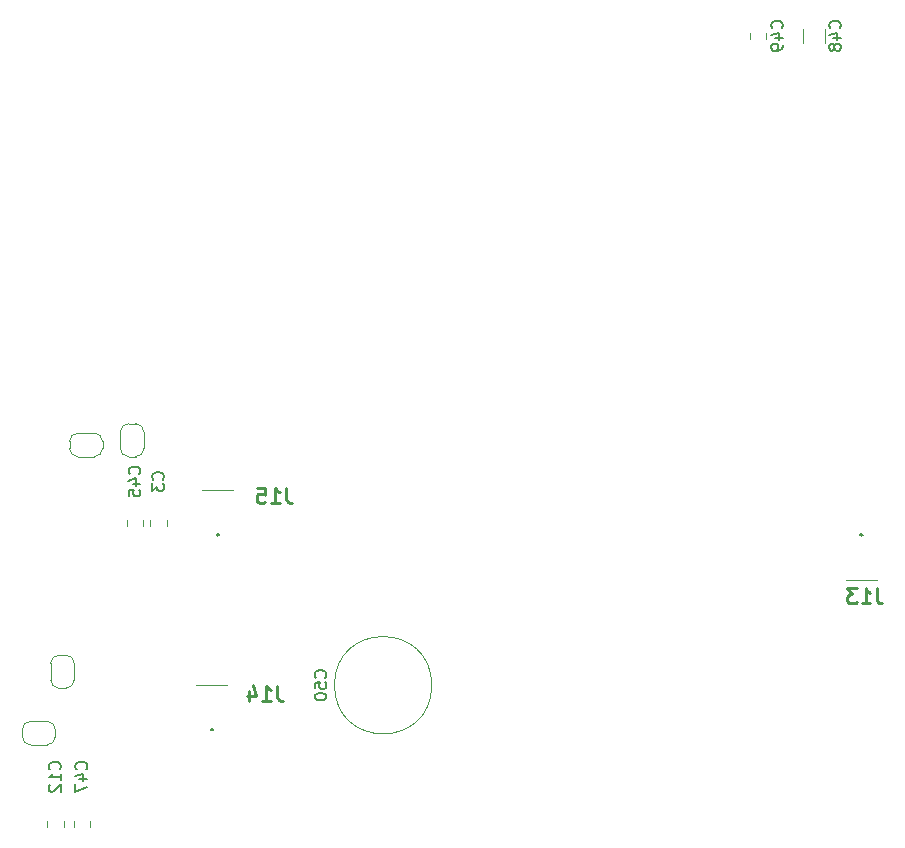
<source format=gbo>
G04 #@! TF.GenerationSoftware,KiCad,Pcbnew,(5.1.4)-1*
G04 #@! TF.CreationDate,2021-06-03T21:11:04-04:00*
G04 #@! TF.ProjectId,shunt_current_control_v2,7368756e-745f-4637-9572-72656e745f63,rev?*
G04 #@! TF.SameCoordinates,Original*
G04 #@! TF.FileFunction,Legend,Bot*
G04 #@! TF.FilePolarity,Positive*
%FSLAX46Y46*%
G04 Gerber Fmt 4.6, Leading zero omitted, Abs format (unit mm)*
G04 Created by KiCad (PCBNEW (5.1.4)-1) date 2021-06-03 21:11:04*
%MOMM*%
%LPD*%
G04 APERTURE LIST*
%ADD10C,0.120000*%
%ADD11C,0.200000*%
%ADD12C,0.100000*%
%ADD13C,0.150000*%
%ADD14C,0.254000*%
%ADD15C,1.700000*%
%ADD16R,1.150000X2.300000*%
%ADD17R,1.100000X1.150000*%
%ADD18C,1.250000*%
%ADD19C,1.350000*%
%ADD20C,0.500000*%
%ADD21R,1.700000X1.700000*%
%ADD22C,3.100000*%
%ADD23R,3.100000X3.100000*%
%ADD24O,1.900000X1.900000*%
%ADD25R,1.900000X1.900000*%
%ADD26O,3.300000X3.300000*%
%ADD27O,2.600000X4.600000*%
%ADD28R,2.600000X4.600000*%
%ADD29O,3.500000X3.500000*%
%ADD30C,2.400000*%
G04 APERTURE END LIST*
D10*
X106870000Y-114750000D02*
G75*
G03X106870000Y-114750000I-4120000J0D01*
G01*
D11*
X143150000Y-102000000D02*
G75*
G03X143350000Y-102000000I100000J0D01*
G01*
X143350000Y-102000000D02*
G75*
G03X143150000Y-102000000I-100000J0D01*
G01*
X143350000Y-102000000D02*
X143350000Y-102000000D01*
X143150000Y-102000000D02*
X143150000Y-102000000D01*
D12*
X141950000Y-105800000D02*
X144550000Y-105800000D01*
D10*
X133790000Y-60011252D02*
X133790000Y-59488748D01*
X135210000Y-60011252D02*
X135210000Y-59488748D01*
X138340000Y-60352064D02*
X138340000Y-59147936D01*
X140160000Y-60352064D02*
X140160000Y-59147936D01*
D11*
X88850000Y-102000000D02*
G75*
G03X88650000Y-102000000I-100000J0D01*
G01*
X88650000Y-102000000D02*
G75*
G03X88850000Y-102000000I100000J0D01*
G01*
X88650000Y-102000000D02*
X88650000Y-102000000D01*
X88850000Y-102000000D02*
X88850000Y-102000000D01*
D12*
X90050000Y-98200000D02*
X87450000Y-98200000D01*
D11*
X88350000Y-118500000D02*
G75*
G03X88150000Y-118500000I-100000J0D01*
G01*
X88150000Y-118500000D02*
G75*
G03X88350000Y-118500000I100000J0D01*
G01*
X88150000Y-118500000D02*
X88150000Y-118500000D01*
X88350000Y-118500000D02*
X88350000Y-118500000D01*
D12*
X89550000Y-114700000D02*
X86950000Y-114700000D01*
D10*
X72900000Y-119800000D02*
X74300000Y-119800000D01*
X75000000Y-119100000D02*
X75000000Y-118500000D01*
X74300000Y-117800000D02*
X72900000Y-117800000D01*
X72200000Y-118500000D02*
X72200000Y-119100000D01*
X72200000Y-119100000D02*
G75*
G03X72900000Y-119800000I700000J0D01*
G01*
X72900000Y-117800000D02*
G75*
G03X72200000Y-118500000I0J-700000D01*
G01*
X75000000Y-118500000D02*
G75*
G03X74300000Y-117800000I-700000J0D01*
G01*
X74300000Y-119800000D02*
G75*
G03X75000000Y-119100000I0J700000D01*
G01*
X74600000Y-112900000D02*
X74600000Y-114300000D01*
X75300000Y-115000000D02*
X75900000Y-115000000D01*
X76600000Y-114300000D02*
X76600000Y-112900000D01*
X75900000Y-112200000D02*
X75300000Y-112200000D01*
X75300000Y-112200000D02*
G75*
G03X74600000Y-112900000I0J-700000D01*
G01*
X76600000Y-112900000D02*
G75*
G03X75900000Y-112200000I-700000J0D01*
G01*
X75900000Y-115000000D02*
G75*
G03X76600000Y-114300000I0J700000D01*
G01*
X74600000Y-114300000D02*
G75*
G03X75300000Y-115000000I700000J0D01*
G01*
X76540000Y-126761252D02*
X76540000Y-126238748D01*
X77960000Y-126761252D02*
X77960000Y-126238748D01*
X81040000Y-101261252D02*
X81040000Y-100738748D01*
X82460000Y-101261252D02*
X82460000Y-100738748D01*
X80500000Y-93300000D02*
X80500000Y-94700000D01*
X81200000Y-95400000D02*
X81800000Y-95400000D01*
X82500000Y-94700000D02*
X82500000Y-93300000D01*
X81800000Y-92600000D02*
X81200000Y-92600000D01*
X81200000Y-92600000D02*
G75*
G03X80500000Y-93300000I0J-700000D01*
G01*
X82500000Y-93300000D02*
G75*
G03X81800000Y-92600000I-700000J0D01*
G01*
X81800000Y-95400000D02*
G75*
G03X82500000Y-94700000I0J700000D01*
G01*
X80500000Y-94700000D02*
G75*
G03X81200000Y-95400000I700000J0D01*
G01*
X76900000Y-95400000D02*
X78300000Y-95400000D01*
X79000000Y-94700000D02*
X79000000Y-94100000D01*
X78300000Y-93400000D02*
X76900000Y-93400000D01*
X76200000Y-94100000D02*
X76200000Y-94700000D01*
X76200000Y-94700000D02*
G75*
G03X76900000Y-95400000I700000J0D01*
G01*
X76900000Y-93400000D02*
G75*
G03X76200000Y-94100000I0J-700000D01*
G01*
X79000000Y-94100000D02*
G75*
G03X78300000Y-93400000I-700000J0D01*
G01*
X78300000Y-95400000D02*
G75*
G03X79000000Y-94700000I0J700000D01*
G01*
X74290000Y-126736252D02*
X74290000Y-126213748D01*
X75710000Y-126736252D02*
X75710000Y-126213748D01*
X83040000Y-101261252D02*
X83040000Y-100738748D01*
X84460000Y-101261252D02*
X84460000Y-100738748D01*
D13*
X97857142Y-114107142D02*
X97904761Y-114059523D01*
X97952380Y-113916666D01*
X97952380Y-113821428D01*
X97904761Y-113678571D01*
X97809523Y-113583333D01*
X97714285Y-113535714D01*
X97523809Y-113488095D01*
X97380952Y-113488095D01*
X97190476Y-113535714D01*
X97095238Y-113583333D01*
X97000000Y-113678571D01*
X96952380Y-113821428D01*
X96952380Y-113916666D01*
X97000000Y-114059523D01*
X97047619Y-114107142D01*
X96952380Y-115011904D02*
X96952380Y-114535714D01*
X97428571Y-114488095D01*
X97380952Y-114535714D01*
X97333333Y-114630952D01*
X97333333Y-114869047D01*
X97380952Y-114964285D01*
X97428571Y-115011904D01*
X97523809Y-115059523D01*
X97761904Y-115059523D01*
X97857142Y-115011904D01*
X97904761Y-114964285D01*
X97952380Y-114869047D01*
X97952380Y-114630952D01*
X97904761Y-114535714D01*
X97857142Y-114488095D01*
X96952380Y-115678571D02*
X96952380Y-115773809D01*
X97000000Y-115869047D01*
X97047619Y-115916666D01*
X97142857Y-115964285D01*
X97333333Y-116011904D01*
X97571428Y-116011904D01*
X97761904Y-115964285D01*
X97857142Y-115916666D01*
X97904761Y-115869047D01*
X97952380Y-115773809D01*
X97952380Y-115678571D01*
X97904761Y-115583333D01*
X97857142Y-115535714D01*
X97761904Y-115488095D01*
X97571428Y-115440476D01*
X97333333Y-115440476D01*
X97142857Y-115488095D01*
X97047619Y-115535714D01*
X97000000Y-115583333D01*
X96952380Y-115678571D01*
D14*
X144528095Y-106554523D02*
X144528095Y-107461666D01*
X144588571Y-107643095D01*
X144709523Y-107764047D01*
X144890952Y-107824523D01*
X145011904Y-107824523D01*
X143258095Y-107824523D02*
X143983809Y-107824523D01*
X143620952Y-107824523D02*
X143620952Y-106554523D01*
X143741904Y-106735952D01*
X143862857Y-106856904D01*
X143983809Y-106917380D01*
X142834761Y-106554523D02*
X142048571Y-106554523D01*
X142471904Y-107038333D01*
X142290476Y-107038333D01*
X142169523Y-107098809D01*
X142109047Y-107159285D01*
X142048571Y-107280238D01*
X142048571Y-107582619D01*
X142109047Y-107703571D01*
X142169523Y-107764047D01*
X142290476Y-107824523D01*
X142653333Y-107824523D01*
X142774285Y-107764047D01*
X142834761Y-107703571D01*
D13*
X136507142Y-59107142D02*
X136554761Y-59059523D01*
X136602380Y-58916666D01*
X136602380Y-58821428D01*
X136554761Y-58678571D01*
X136459523Y-58583333D01*
X136364285Y-58535714D01*
X136173809Y-58488095D01*
X136030952Y-58488095D01*
X135840476Y-58535714D01*
X135745238Y-58583333D01*
X135650000Y-58678571D01*
X135602380Y-58821428D01*
X135602380Y-58916666D01*
X135650000Y-59059523D01*
X135697619Y-59107142D01*
X135935714Y-59964285D02*
X136602380Y-59964285D01*
X135554761Y-59726190D02*
X136269047Y-59488095D01*
X136269047Y-60107142D01*
X136602380Y-60535714D02*
X136602380Y-60726190D01*
X136554761Y-60821428D01*
X136507142Y-60869047D01*
X136364285Y-60964285D01*
X136173809Y-61011904D01*
X135792857Y-61011904D01*
X135697619Y-60964285D01*
X135650000Y-60916666D01*
X135602380Y-60821428D01*
X135602380Y-60630952D01*
X135650000Y-60535714D01*
X135697619Y-60488095D01*
X135792857Y-60440476D01*
X136030952Y-60440476D01*
X136126190Y-60488095D01*
X136173809Y-60535714D01*
X136221428Y-60630952D01*
X136221428Y-60821428D01*
X136173809Y-60916666D01*
X136126190Y-60964285D01*
X136030952Y-61011904D01*
X141427142Y-59107142D02*
X141474761Y-59059523D01*
X141522380Y-58916666D01*
X141522380Y-58821428D01*
X141474761Y-58678571D01*
X141379523Y-58583333D01*
X141284285Y-58535714D01*
X141093809Y-58488095D01*
X140950952Y-58488095D01*
X140760476Y-58535714D01*
X140665238Y-58583333D01*
X140570000Y-58678571D01*
X140522380Y-58821428D01*
X140522380Y-58916666D01*
X140570000Y-59059523D01*
X140617619Y-59107142D01*
X140855714Y-59964285D02*
X141522380Y-59964285D01*
X140474761Y-59726190D02*
X141189047Y-59488095D01*
X141189047Y-60107142D01*
X140950952Y-60630952D02*
X140903333Y-60535714D01*
X140855714Y-60488095D01*
X140760476Y-60440476D01*
X140712857Y-60440476D01*
X140617619Y-60488095D01*
X140570000Y-60535714D01*
X140522380Y-60630952D01*
X140522380Y-60821428D01*
X140570000Y-60916666D01*
X140617619Y-60964285D01*
X140712857Y-61011904D01*
X140760476Y-61011904D01*
X140855714Y-60964285D01*
X140903333Y-60916666D01*
X140950952Y-60821428D01*
X140950952Y-60630952D01*
X140998571Y-60535714D01*
X141046190Y-60488095D01*
X141141428Y-60440476D01*
X141331904Y-60440476D01*
X141427142Y-60488095D01*
X141474761Y-60535714D01*
X141522380Y-60630952D01*
X141522380Y-60821428D01*
X141474761Y-60916666D01*
X141427142Y-60964285D01*
X141331904Y-61011904D01*
X141141428Y-61011904D01*
X141046190Y-60964285D01*
X140998571Y-60916666D01*
X140950952Y-60821428D01*
D14*
X94528095Y-98054523D02*
X94528095Y-98961666D01*
X94588571Y-99143095D01*
X94709523Y-99264047D01*
X94890952Y-99324523D01*
X95011904Y-99324523D01*
X93258095Y-99324523D02*
X93983809Y-99324523D01*
X93620952Y-99324523D02*
X93620952Y-98054523D01*
X93741904Y-98235952D01*
X93862857Y-98356904D01*
X93983809Y-98417380D01*
X92109047Y-98054523D02*
X92713809Y-98054523D01*
X92774285Y-98659285D01*
X92713809Y-98598809D01*
X92592857Y-98538333D01*
X92290476Y-98538333D01*
X92169523Y-98598809D01*
X92109047Y-98659285D01*
X92048571Y-98780238D01*
X92048571Y-99082619D01*
X92109047Y-99203571D01*
X92169523Y-99264047D01*
X92290476Y-99324523D01*
X92592857Y-99324523D01*
X92713809Y-99264047D01*
X92774285Y-99203571D01*
X93778095Y-114804523D02*
X93778095Y-115711666D01*
X93838571Y-115893095D01*
X93959523Y-116014047D01*
X94140952Y-116074523D01*
X94261904Y-116074523D01*
X92508095Y-116074523D02*
X93233809Y-116074523D01*
X92870952Y-116074523D02*
X92870952Y-114804523D01*
X92991904Y-114985952D01*
X93112857Y-115106904D01*
X93233809Y-115167380D01*
X91419523Y-115227857D02*
X91419523Y-116074523D01*
X91721904Y-114744047D02*
X92024285Y-115651190D01*
X91238095Y-115651190D01*
D13*
X77607142Y-121857142D02*
X77654761Y-121809523D01*
X77702380Y-121666666D01*
X77702380Y-121571428D01*
X77654761Y-121428571D01*
X77559523Y-121333333D01*
X77464285Y-121285714D01*
X77273809Y-121238095D01*
X77130952Y-121238095D01*
X76940476Y-121285714D01*
X76845238Y-121333333D01*
X76750000Y-121428571D01*
X76702380Y-121571428D01*
X76702380Y-121666666D01*
X76750000Y-121809523D01*
X76797619Y-121857142D01*
X77035714Y-122714285D02*
X77702380Y-122714285D01*
X76654761Y-122476190D02*
X77369047Y-122238095D01*
X77369047Y-122857142D01*
X76702380Y-123142857D02*
X76702380Y-123809523D01*
X77702380Y-123380952D01*
X82107142Y-96857142D02*
X82154761Y-96809523D01*
X82202380Y-96666666D01*
X82202380Y-96571428D01*
X82154761Y-96428571D01*
X82059523Y-96333333D01*
X81964285Y-96285714D01*
X81773809Y-96238095D01*
X81630952Y-96238095D01*
X81440476Y-96285714D01*
X81345238Y-96333333D01*
X81250000Y-96428571D01*
X81202380Y-96571428D01*
X81202380Y-96666666D01*
X81250000Y-96809523D01*
X81297619Y-96857142D01*
X81535714Y-97714285D02*
X82202380Y-97714285D01*
X81154761Y-97476190D02*
X81869047Y-97238095D01*
X81869047Y-97857142D01*
X81202380Y-98714285D02*
X81202380Y-98238095D01*
X81678571Y-98190476D01*
X81630952Y-98238095D01*
X81583333Y-98333333D01*
X81583333Y-98571428D01*
X81630952Y-98666666D01*
X81678571Y-98714285D01*
X81773809Y-98761904D01*
X82011904Y-98761904D01*
X82107142Y-98714285D01*
X82154761Y-98666666D01*
X82202380Y-98571428D01*
X82202380Y-98333333D01*
X82154761Y-98238095D01*
X82107142Y-98190476D01*
X75357142Y-121857142D02*
X75404761Y-121809523D01*
X75452380Y-121666666D01*
X75452380Y-121571428D01*
X75404761Y-121428571D01*
X75309523Y-121333333D01*
X75214285Y-121285714D01*
X75023809Y-121238095D01*
X74880952Y-121238095D01*
X74690476Y-121285714D01*
X74595238Y-121333333D01*
X74500000Y-121428571D01*
X74452380Y-121571428D01*
X74452380Y-121666666D01*
X74500000Y-121809523D01*
X74547619Y-121857142D01*
X75452380Y-122809523D02*
X75452380Y-122238095D01*
X75452380Y-122523809D02*
X74452380Y-122523809D01*
X74595238Y-122428571D01*
X74690476Y-122333333D01*
X74738095Y-122238095D01*
X74547619Y-123190476D02*
X74500000Y-123238095D01*
X74452380Y-123333333D01*
X74452380Y-123571428D01*
X74500000Y-123666666D01*
X74547619Y-123714285D01*
X74642857Y-123761904D01*
X74738095Y-123761904D01*
X74880952Y-123714285D01*
X75452380Y-123142857D01*
X75452380Y-123761904D01*
X84107142Y-97333333D02*
X84154761Y-97285714D01*
X84202380Y-97142857D01*
X84202380Y-97047619D01*
X84154761Y-96904761D01*
X84059523Y-96809523D01*
X83964285Y-96761904D01*
X83773809Y-96714285D01*
X83630952Y-96714285D01*
X83440476Y-96761904D01*
X83345238Y-96809523D01*
X83250000Y-96904761D01*
X83202380Y-97047619D01*
X83202380Y-97142857D01*
X83250000Y-97285714D01*
X83297619Y-97333333D01*
X83202380Y-97666666D02*
X83202380Y-98285714D01*
X83583333Y-97952380D01*
X83583333Y-98095238D01*
X83630952Y-98190476D01*
X83678571Y-98238095D01*
X83773809Y-98285714D01*
X84011904Y-98285714D01*
X84107142Y-98238095D01*
X84154761Y-98190476D01*
X84202380Y-98095238D01*
X84202380Y-97809523D01*
X84154761Y-97714285D01*
X84107142Y-97666666D01*
%LPC*%
D12*
G36*
X162250000Y-54250000D02*
G01*
X65000000Y-54250000D01*
X65000000Y-36000000D01*
X162250000Y-36000000D01*
X162250000Y-54250000D01*
G37*
X162250000Y-54250000D02*
X65000000Y-54250000D01*
X65000000Y-36000000D01*
X162250000Y-36000000D01*
X162250000Y-54250000D01*
D15*
X102750000Y-116500000D03*
X102750000Y-113000000D03*
D16*
X144725000Y-104500000D03*
X141775000Y-104500000D03*
D17*
X143250000Y-102975000D03*
D12*
G36*
X135004897Y-58101308D02*
G01*
X135031275Y-58105221D01*
X135057143Y-58111701D01*
X135082252Y-58120685D01*
X135106358Y-58132086D01*
X135129232Y-58145796D01*
X135150651Y-58161682D01*
X135170410Y-58179590D01*
X135188318Y-58199349D01*
X135204204Y-58220768D01*
X135217914Y-58243642D01*
X135229315Y-58267748D01*
X135238299Y-58292857D01*
X135244779Y-58318725D01*
X135248692Y-58345103D01*
X135250000Y-58371738D01*
X135250000Y-59078262D01*
X135248692Y-59104897D01*
X135244779Y-59131275D01*
X135238299Y-59157143D01*
X135229315Y-59182252D01*
X135217914Y-59206358D01*
X135204204Y-59229232D01*
X135188318Y-59250651D01*
X135170410Y-59270410D01*
X135150651Y-59288318D01*
X135129232Y-59304204D01*
X135106358Y-59317914D01*
X135082252Y-59329315D01*
X135057143Y-59338299D01*
X135031275Y-59344779D01*
X135004897Y-59348692D01*
X134978262Y-59350000D01*
X134021738Y-59350000D01*
X133995103Y-59348692D01*
X133968725Y-59344779D01*
X133942857Y-59338299D01*
X133917748Y-59329315D01*
X133893642Y-59317914D01*
X133870768Y-59304204D01*
X133849349Y-59288318D01*
X133829590Y-59270410D01*
X133811682Y-59250651D01*
X133795796Y-59229232D01*
X133782086Y-59206358D01*
X133770685Y-59182252D01*
X133761701Y-59157143D01*
X133755221Y-59131275D01*
X133751308Y-59104897D01*
X133750000Y-59078262D01*
X133750000Y-58371738D01*
X133751308Y-58345103D01*
X133755221Y-58318725D01*
X133761701Y-58292857D01*
X133770685Y-58267748D01*
X133782086Y-58243642D01*
X133795796Y-58220768D01*
X133811682Y-58199349D01*
X133829590Y-58179590D01*
X133849349Y-58161682D01*
X133870768Y-58145796D01*
X133893642Y-58132086D01*
X133917748Y-58120685D01*
X133942857Y-58111701D01*
X133968725Y-58105221D01*
X133995103Y-58101308D01*
X134021738Y-58100000D01*
X134978262Y-58100000D01*
X135004897Y-58101308D01*
X135004897Y-58101308D01*
G37*
D18*
X134500000Y-58725000D03*
D12*
G36*
X135004897Y-60151308D02*
G01*
X135031275Y-60155221D01*
X135057143Y-60161701D01*
X135082252Y-60170685D01*
X135106358Y-60182086D01*
X135129232Y-60195796D01*
X135150651Y-60211682D01*
X135170410Y-60229590D01*
X135188318Y-60249349D01*
X135204204Y-60270768D01*
X135217914Y-60293642D01*
X135229315Y-60317748D01*
X135238299Y-60342857D01*
X135244779Y-60368725D01*
X135248692Y-60395103D01*
X135250000Y-60421738D01*
X135250000Y-61128262D01*
X135248692Y-61154897D01*
X135244779Y-61181275D01*
X135238299Y-61207143D01*
X135229315Y-61232252D01*
X135217914Y-61256358D01*
X135204204Y-61279232D01*
X135188318Y-61300651D01*
X135170410Y-61320410D01*
X135150651Y-61338318D01*
X135129232Y-61354204D01*
X135106358Y-61367914D01*
X135082252Y-61379315D01*
X135057143Y-61388299D01*
X135031275Y-61394779D01*
X135004897Y-61398692D01*
X134978262Y-61400000D01*
X134021738Y-61400000D01*
X133995103Y-61398692D01*
X133968725Y-61394779D01*
X133942857Y-61388299D01*
X133917748Y-61379315D01*
X133893642Y-61367914D01*
X133870768Y-61354204D01*
X133849349Y-61338318D01*
X133829590Y-61320410D01*
X133811682Y-61300651D01*
X133795796Y-61279232D01*
X133782086Y-61256358D01*
X133770685Y-61232252D01*
X133761701Y-61207143D01*
X133755221Y-61181275D01*
X133751308Y-61154897D01*
X133750000Y-61128262D01*
X133750000Y-60421738D01*
X133751308Y-60395103D01*
X133755221Y-60368725D01*
X133761701Y-60342857D01*
X133770685Y-60317748D01*
X133782086Y-60293642D01*
X133795796Y-60270768D01*
X133811682Y-60249349D01*
X133829590Y-60229590D01*
X133849349Y-60211682D01*
X133870768Y-60195796D01*
X133893642Y-60182086D01*
X133917748Y-60170685D01*
X133942857Y-60161701D01*
X133968725Y-60155221D01*
X133995103Y-60151308D01*
X134021738Y-60150000D01*
X134978262Y-60150000D01*
X135004897Y-60151308D01*
X135004897Y-60151308D01*
G37*
D18*
X134500000Y-60775000D03*
D12*
G36*
X139931465Y-57676300D02*
G01*
X139957674Y-57680188D01*
X139983377Y-57686626D01*
X140008325Y-57695553D01*
X140032277Y-57706881D01*
X140055004Y-57720503D01*
X140076286Y-57736287D01*
X140095919Y-57754081D01*
X140113713Y-57773714D01*
X140129497Y-57794996D01*
X140143119Y-57817723D01*
X140154447Y-57841675D01*
X140163374Y-57866623D01*
X140169812Y-57892326D01*
X140173700Y-57918535D01*
X140175000Y-57945000D01*
X140175000Y-58755000D01*
X140173700Y-58781465D01*
X140169812Y-58807674D01*
X140163374Y-58833377D01*
X140154447Y-58858325D01*
X140143119Y-58882277D01*
X140129497Y-58905004D01*
X140113713Y-58926286D01*
X140095919Y-58945919D01*
X140076286Y-58963713D01*
X140055004Y-58979497D01*
X140032277Y-58993119D01*
X140008325Y-59004447D01*
X139983377Y-59013374D01*
X139957674Y-59019812D01*
X139931465Y-59023700D01*
X139905000Y-59025000D01*
X138595000Y-59025000D01*
X138568535Y-59023700D01*
X138542326Y-59019812D01*
X138516623Y-59013374D01*
X138491675Y-59004447D01*
X138467723Y-58993119D01*
X138444996Y-58979497D01*
X138423714Y-58963713D01*
X138404081Y-58945919D01*
X138386287Y-58926286D01*
X138370503Y-58905004D01*
X138356881Y-58882277D01*
X138345553Y-58858325D01*
X138336626Y-58833377D01*
X138330188Y-58807674D01*
X138326300Y-58781465D01*
X138325000Y-58755000D01*
X138325000Y-57945000D01*
X138326300Y-57918535D01*
X138330188Y-57892326D01*
X138336626Y-57866623D01*
X138345553Y-57841675D01*
X138356881Y-57817723D01*
X138370503Y-57794996D01*
X138386287Y-57773714D01*
X138404081Y-57754081D01*
X138423714Y-57736287D01*
X138444996Y-57720503D01*
X138467723Y-57706881D01*
X138491675Y-57695553D01*
X138516623Y-57686626D01*
X138542326Y-57680188D01*
X138568535Y-57676300D01*
X138595000Y-57675000D01*
X139905000Y-57675000D01*
X139931465Y-57676300D01*
X139931465Y-57676300D01*
G37*
D19*
X139250000Y-58350000D03*
D12*
G36*
X139931465Y-60476300D02*
G01*
X139957674Y-60480188D01*
X139983377Y-60486626D01*
X140008325Y-60495553D01*
X140032277Y-60506881D01*
X140055004Y-60520503D01*
X140076286Y-60536287D01*
X140095919Y-60554081D01*
X140113713Y-60573714D01*
X140129497Y-60594996D01*
X140143119Y-60617723D01*
X140154447Y-60641675D01*
X140163374Y-60666623D01*
X140169812Y-60692326D01*
X140173700Y-60718535D01*
X140175000Y-60745000D01*
X140175000Y-61555000D01*
X140173700Y-61581465D01*
X140169812Y-61607674D01*
X140163374Y-61633377D01*
X140154447Y-61658325D01*
X140143119Y-61682277D01*
X140129497Y-61705004D01*
X140113713Y-61726286D01*
X140095919Y-61745919D01*
X140076286Y-61763713D01*
X140055004Y-61779497D01*
X140032277Y-61793119D01*
X140008325Y-61804447D01*
X139983377Y-61813374D01*
X139957674Y-61819812D01*
X139931465Y-61823700D01*
X139905000Y-61825000D01*
X138595000Y-61825000D01*
X138568535Y-61823700D01*
X138542326Y-61819812D01*
X138516623Y-61813374D01*
X138491675Y-61804447D01*
X138467723Y-61793119D01*
X138444996Y-61779497D01*
X138423714Y-61763713D01*
X138404081Y-61745919D01*
X138386287Y-61726286D01*
X138370503Y-61705004D01*
X138356881Y-61682277D01*
X138345553Y-61658325D01*
X138336626Y-61633377D01*
X138330188Y-61607674D01*
X138326300Y-61581465D01*
X138325000Y-61555000D01*
X138325000Y-60745000D01*
X138326300Y-60718535D01*
X138330188Y-60692326D01*
X138336626Y-60666623D01*
X138345553Y-60641675D01*
X138356881Y-60617723D01*
X138370503Y-60594996D01*
X138386287Y-60573714D01*
X138404081Y-60554081D01*
X138423714Y-60536287D01*
X138444996Y-60520503D01*
X138467723Y-60506881D01*
X138491675Y-60495553D01*
X138516623Y-60486626D01*
X138542326Y-60480188D01*
X138568535Y-60476300D01*
X138595000Y-60475000D01*
X139905000Y-60475000D01*
X139931465Y-60476300D01*
X139931465Y-60476300D01*
G37*
D19*
X139250000Y-61150000D03*
D16*
X87275000Y-99500000D03*
X90225000Y-99500000D03*
D17*
X88750000Y-101025000D03*
D16*
X86775000Y-116000000D03*
X89725000Y-116000000D03*
D17*
X88250000Y-117525000D03*
D20*
X72950000Y-118800000D03*
D12*
G36*
X73459755Y-118000961D02*
G01*
X73469134Y-118003806D01*
X73477779Y-118008427D01*
X73485355Y-118014645D01*
X73491573Y-118022221D01*
X73496194Y-118030866D01*
X73499039Y-118040245D01*
X73500000Y-118050000D01*
X73500000Y-119550000D01*
X73499039Y-119559755D01*
X73496194Y-119569134D01*
X73491573Y-119577779D01*
X73485355Y-119585355D01*
X73477779Y-119591573D01*
X73469134Y-119596194D01*
X73459755Y-119599039D01*
X73450000Y-119600000D01*
X72950000Y-119600000D01*
X72943889Y-119599398D01*
X72925466Y-119599398D01*
X72920565Y-119599157D01*
X72871734Y-119594347D01*
X72866881Y-119593627D01*
X72818756Y-119584055D01*
X72813995Y-119582863D01*
X72767040Y-119568619D01*
X72762421Y-119566966D01*
X72717088Y-119548189D01*
X72712651Y-119546091D01*
X72669378Y-119522960D01*
X72665171Y-119520438D01*
X72624372Y-119493178D01*
X72620430Y-119490254D01*
X72582501Y-119459126D01*
X72578866Y-119455831D01*
X72544169Y-119421134D01*
X72540874Y-119417499D01*
X72509746Y-119379570D01*
X72506822Y-119375628D01*
X72479562Y-119334829D01*
X72477040Y-119330622D01*
X72453909Y-119287349D01*
X72451811Y-119282912D01*
X72433034Y-119237579D01*
X72431381Y-119232960D01*
X72417137Y-119186005D01*
X72415945Y-119181244D01*
X72406373Y-119133119D01*
X72405653Y-119128266D01*
X72400843Y-119079435D01*
X72400602Y-119074534D01*
X72400602Y-119056111D01*
X72400000Y-119050000D01*
X72400000Y-118550000D01*
X72400602Y-118543889D01*
X72400602Y-118525466D01*
X72400843Y-118520565D01*
X72405653Y-118471734D01*
X72406373Y-118466881D01*
X72415945Y-118418756D01*
X72417137Y-118413995D01*
X72431381Y-118367040D01*
X72433034Y-118362421D01*
X72451811Y-118317088D01*
X72453909Y-118312651D01*
X72477040Y-118269378D01*
X72479562Y-118265171D01*
X72506822Y-118224372D01*
X72509746Y-118220430D01*
X72540874Y-118182501D01*
X72544169Y-118178866D01*
X72578866Y-118144169D01*
X72582501Y-118140874D01*
X72620430Y-118109746D01*
X72624372Y-118106822D01*
X72665171Y-118079562D01*
X72669378Y-118077040D01*
X72712651Y-118053909D01*
X72717088Y-118051811D01*
X72762421Y-118033034D01*
X72767040Y-118031381D01*
X72813995Y-118017137D01*
X72818756Y-118015945D01*
X72866881Y-118006373D01*
X72871734Y-118005653D01*
X72920565Y-118000843D01*
X72925466Y-118000602D01*
X72943889Y-118000602D01*
X72950000Y-118000000D01*
X73450000Y-118000000D01*
X73459755Y-118000961D01*
X73459755Y-118000961D01*
G37*
D20*
X74250000Y-118800000D03*
D12*
G36*
X74256111Y-118000602D02*
G01*
X74274534Y-118000602D01*
X74279435Y-118000843D01*
X74328266Y-118005653D01*
X74333119Y-118006373D01*
X74381244Y-118015945D01*
X74386005Y-118017137D01*
X74432960Y-118031381D01*
X74437579Y-118033034D01*
X74482912Y-118051811D01*
X74487349Y-118053909D01*
X74530622Y-118077040D01*
X74534829Y-118079562D01*
X74575628Y-118106822D01*
X74579570Y-118109746D01*
X74617499Y-118140874D01*
X74621134Y-118144169D01*
X74655831Y-118178866D01*
X74659126Y-118182501D01*
X74690254Y-118220430D01*
X74693178Y-118224372D01*
X74720438Y-118265171D01*
X74722960Y-118269378D01*
X74746091Y-118312651D01*
X74748189Y-118317088D01*
X74766966Y-118362421D01*
X74768619Y-118367040D01*
X74782863Y-118413995D01*
X74784055Y-118418756D01*
X74793627Y-118466881D01*
X74794347Y-118471734D01*
X74799157Y-118520565D01*
X74799398Y-118525466D01*
X74799398Y-118543889D01*
X74800000Y-118550000D01*
X74800000Y-119050000D01*
X74799398Y-119056111D01*
X74799398Y-119074534D01*
X74799157Y-119079435D01*
X74794347Y-119128266D01*
X74793627Y-119133119D01*
X74784055Y-119181244D01*
X74782863Y-119186005D01*
X74768619Y-119232960D01*
X74766966Y-119237579D01*
X74748189Y-119282912D01*
X74746091Y-119287349D01*
X74722960Y-119330622D01*
X74720438Y-119334829D01*
X74693178Y-119375628D01*
X74690254Y-119379570D01*
X74659126Y-119417499D01*
X74655831Y-119421134D01*
X74621134Y-119455831D01*
X74617499Y-119459126D01*
X74579570Y-119490254D01*
X74575628Y-119493178D01*
X74534829Y-119520438D01*
X74530622Y-119522960D01*
X74487349Y-119546091D01*
X74482912Y-119548189D01*
X74437579Y-119566966D01*
X74432960Y-119568619D01*
X74386005Y-119582863D01*
X74381244Y-119584055D01*
X74333119Y-119593627D01*
X74328266Y-119594347D01*
X74279435Y-119599157D01*
X74274534Y-119599398D01*
X74256111Y-119599398D01*
X74250000Y-119600000D01*
X73750000Y-119600000D01*
X73740245Y-119599039D01*
X73730866Y-119596194D01*
X73722221Y-119591573D01*
X73714645Y-119585355D01*
X73708427Y-119577779D01*
X73703806Y-119569134D01*
X73700961Y-119559755D01*
X73700000Y-119550000D01*
X73700000Y-118050000D01*
X73700961Y-118040245D01*
X73703806Y-118030866D01*
X73708427Y-118022221D01*
X73714645Y-118014645D01*
X73722221Y-118008427D01*
X73730866Y-118003806D01*
X73740245Y-118000961D01*
X73750000Y-118000000D01*
X74250000Y-118000000D01*
X74256111Y-118000602D01*
X74256111Y-118000602D01*
G37*
D20*
X75600000Y-112950000D03*
D12*
G36*
X76399039Y-113459755D02*
G01*
X76396194Y-113469134D01*
X76391573Y-113477779D01*
X76385355Y-113485355D01*
X76377779Y-113491573D01*
X76369134Y-113496194D01*
X76359755Y-113499039D01*
X76350000Y-113500000D01*
X74850000Y-113500000D01*
X74840245Y-113499039D01*
X74830866Y-113496194D01*
X74822221Y-113491573D01*
X74814645Y-113485355D01*
X74808427Y-113477779D01*
X74803806Y-113469134D01*
X74800961Y-113459755D01*
X74800000Y-113450000D01*
X74800000Y-112950000D01*
X74800602Y-112943889D01*
X74800602Y-112925466D01*
X74800843Y-112920565D01*
X74805653Y-112871734D01*
X74806373Y-112866881D01*
X74815945Y-112818756D01*
X74817137Y-112813995D01*
X74831381Y-112767040D01*
X74833034Y-112762421D01*
X74851811Y-112717088D01*
X74853909Y-112712651D01*
X74877040Y-112669378D01*
X74879562Y-112665171D01*
X74906822Y-112624372D01*
X74909746Y-112620430D01*
X74940874Y-112582501D01*
X74944169Y-112578866D01*
X74978866Y-112544169D01*
X74982501Y-112540874D01*
X75020430Y-112509746D01*
X75024372Y-112506822D01*
X75065171Y-112479562D01*
X75069378Y-112477040D01*
X75112651Y-112453909D01*
X75117088Y-112451811D01*
X75162421Y-112433034D01*
X75167040Y-112431381D01*
X75213995Y-112417137D01*
X75218756Y-112415945D01*
X75266881Y-112406373D01*
X75271734Y-112405653D01*
X75320565Y-112400843D01*
X75325466Y-112400602D01*
X75343889Y-112400602D01*
X75350000Y-112400000D01*
X75850000Y-112400000D01*
X75856111Y-112400602D01*
X75874534Y-112400602D01*
X75879435Y-112400843D01*
X75928266Y-112405653D01*
X75933119Y-112406373D01*
X75981244Y-112415945D01*
X75986005Y-112417137D01*
X76032960Y-112431381D01*
X76037579Y-112433034D01*
X76082912Y-112451811D01*
X76087349Y-112453909D01*
X76130622Y-112477040D01*
X76134829Y-112479562D01*
X76175628Y-112506822D01*
X76179570Y-112509746D01*
X76217499Y-112540874D01*
X76221134Y-112544169D01*
X76255831Y-112578866D01*
X76259126Y-112582501D01*
X76290254Y-112620430D01*
X76293178Y-112624372D01*
X76320438Y-112665171D01*
X76322960Y-112669378D01*
X76346091Y-112712651D01*
X76348189Y-112717088D01*
X76366966Y-112762421D01*
X76368619Y-112767040D01*
X76382863Y-112813995D01*
X76384055Y-112818756D01*
X76393627Y-112866881D01*
X76394347Y-112871734D01*
X76399157Y-112920565D01*
X76399398Y-112925466D01*
X76399398Y-112943889D01*
X76400000Y-112950000D01*
X76400000Y-113450000D01*
X76399039Y-113459755D01*
X76399039Y-113459755D01*
G37*
D20*
X75600000Y-114250000D03*
D12*
G36*
X76399398Y-114256111D02*
G01*
X76399398Y-114274534D01*
X76399157Y-114279435D01*
X76394347Y-114328266D01*
X76393627Y-114333119D01*
X76384055Y-114381244D01*
X76382863Y-114386005D01*
X76368619Y-114432960D01*
X76366966Y-114437579D01*
X76348189Y-114482912D01*
X76346091Y-114487349D01*
X76322960Y-114530622D01*
X76320438Y-114534829D01*
X76293178Y-114575628D01*
X76290254Y-114579570D01*
X76259126Y-114617499D01*
X76255831Y-114621134D01*
X76221134Y-114655831D01*
X76217499Y-114659126D01*
X76179570Y-114690254D01*
X76175628Y-114693178D01*
X76134829Y-114720438D01*
X76130622Y-114722960D01*
X76087349Y-114746091D01*
X76082912Y-114748189D01*
X76037579Y-114766966D01*
X76032960Y-114768619D01*
X75986005Y-114782863D01*
X75981244Y-114784055D01*
X75933119Y-114793627D01*
X75928266Y-114794347D01*
X75879435Y-114799157D01*
X75874534Y-114799398D01*
X75856111Y-114799398D01*
X75850000Y-114800000D01*
X75350000Y-114800000D01*
X75343889Y-114799398D01*
X75325466Y-114799398D01*
X75320565Y-114799157D01*
X75271734Y-114794347D01*
X75266881Y-114793627D01*
X75218756Y-114784055D01*
X75213995Y-114782863D01*
X75167040Y-114768619D01*
X75162421Y-114766966D01*
X75117088Y-114748189D01*
X75112651Y-114746091D01*
X75069378Y-114722960D01*
X75065171Y-114720438D01*
X75024372Y-114693178D01*
X75020430Y-114690254D01*
X74982501Y-114659126D01*
X74978866Y-114655831D01*
X74944169Y-114621134D01*
X74940874Y-114617499D01*
X74909746Y-114579570D01*
X74906822Y-114575628D01*
X74879562Y-114534829D01*
X74877040Y-114530622D01*
X74853909Y-114487349D01*
X74851811Y-114482912D01*
X74833034Y-114437579D01*
X74831381Y-114432960D01*
X74817137Y-114386005D01*
X74815945Y-114381244D01*
X74806373Y-114333119D01*
X74805653Y-114328266D01*
X74800843Y-114279435D01*
X74800602Y-114274534D01*
X74800602Y-114256111D01*
X74800000Y-114250000D01*
X74800000Y-113750000D01*
X74800961Y-113740245D01*
X74803806Y-113730866D01*
X74808427Y-113722221D01*
X74814645Y-113714645D01*
X74822221Y-113708427D01*
X74830866Y-113703806D01*
X74840245Y-113700961D01*
X74850000Y-113700000D01*
X76350000Y-113700000D01*
X76359755Y-113700961D01*
X76369134Y-113703806D01*
X76377779Y-113708427D01*
X76385355Y-113714645D01*
X76391573Y-113722221D01*
X76396194Y-113730866D01*
X76399039Y-113740245D01*
X76400000Y-113750000D01*
X76400000Y-114250000D01*
X76399398Y-114256111D01*
X76399398Y-114256111D01*
G37*
G36*
X77754897Y-124851308D02*
G01*
X77781275Y-124855221D01*
X77807143Y-124861701D01*
X77832252Y-124870685D01*
X77856358Y-124882086D01*
X77879232Y-124895796D01*
X77900651Y-124911682D01*
X77920410Y-124929590D01*
X77938318Y-124949349D01*
X77954204Y-124970768D01*
X77967914Y-124993642D01*
X77979315Y-125017748D01*
X77988299Y-125042857D01*
X77994779Y-125068725D01*
X77998692Y-125095103D01*
X78000000Y-125121738D01*
X78000000Y-125828262D01*
X77998692Y-125854897D01*
X77994779Y-125881275D01*
X77988299Y-125907143D01*
X77979315Y-125932252D01*
X77967914Y-125956358D01*
X77954204Y-125979232D01*
X77938318Y-126000651D01*
X77920410Y-126020410D01*
X77900651Y-126038318D01*
X77879232Y-126054204D01*
X77856358Y-126067914D01*
X77832252Y-126079315D01*
X77807143Y-126088299D01*
X77781275Y-126094779D01*
X77754897Y-126098692D01*
X77728262Y-126100000D01*
X76771738Y-126100000D01*
X76745103Y-126098692D01*
X76718725Y-126094779D01*
X76692857Y-126088299D01*
X76667748Y-126079315D01*
X76643642Y-126067914D01*
X76620768Y-126054204D01*
X76599349Y-126038318D01*
X76579590Y-126020410D01*
X76561682Y-126000651D01*
X76545796Y-125979232D01*
X76532086Y-125956358D01*
X76520685Y-125932252D01*
X76511701Y-125907143D01*
X76505221Y-125881275D01*
X76501308Y-125854897D01*
X76500000Y-125828262D01*
X76500000Y-125121738D01*
X76501308Y-125095103D01*
X76505221Y-125068725D01*
X76511701Y-125042857D01*
X76520685Y-125017748D01*
X76532086Y-124993642D01*
X76545796Y-124970768D01*
X76561682Y-124949349D01*
X76579590Y-124929590D01*
X76599349Y-124911682D01*
X76620768Y-124895796D01*
X76643642Y-124882086D01*
X76667748Y-124870685D01*
X76692857Y-124861701D01*
X76718725Y-124855221D01*
X76745103Y-124851308D01*
X76771738Y-124850000D01*
X77728262Y-124850000D01*
X77754897Y-124851308D01*
X77754897Y-124851308D01*
G37*
D18*
X77250000Y-125475000D03*
D12*
G36*
X77754897Y-126901308D02*
G01*
X77781275Y-126905221D01*
X77807143Y-126911701D01*
X77832252Y-126920685D01*
X77856358Y-126932086D01*
X77879232Y-126945796D01*
X77900651Y-126961682D01*
X77920410Y-126979590D01*
X77938318Y-126999349D01*
X77954204Y-127020768D01*
X77967914Y-127043642D01*
X77979315Y-127067748D01*
X77988299Y-127092857D01*
X77994779Y-127118725D01*
X77998692Y-127145103D01*
X78000000Y-127171738D01*
X78000000Y-127878262D01*
X77998692Y-127904897D01*
X77994779Y-127931275D01*
X77988299Y-127957143D01*
X77979315Y-127982252D01*
X77967914Y-128006358D01*
X77954204Y-128029232D01*
X77938318Y-128050651D01*
X77920410Y-128070410D01*
X77900651Y-128088318D01*
X77879232Y-128104204D01*
X77856358Y-128117914D01*
X77832252Y-128129315D01*
X77807143Y-128138299D01*
X77781275Y-128144779D01*
X77754897Y-128148692D01*
X77728262Y-128150000D01*
X76771738Y-128150000D01*
X76745103Y-128148692D01*
X76718725Y-128144779D01*
X76692857Y-128138299D01*
X76667748Y-128129315D01*
X76643642Y-128117914D01*
X76620768Y-128104204D01*
X76599349Y-128088318D01*
X76579590Y-128070410D01*
X76561682Y-128050651D01*
X76545796Y-128029232D01*
X76532086Y-128006358D01*
X76520685Y-127982252D01*
X76511701Y-127957143D01*
X76505221Y-127931275D01*
X76501308Y-127904897D01*
X76500000Y-127878262D01*
X76500000Y-127171738D01*
X76501308Y-127145103D01*
X76505221Y-127118725D01*
X76511701Y-127092857D01*
X76520685Y-127067748D01*
X76532086Y-127043642D01*
X76545796Y-127020768D01*
X76561682Y-126999349D01*
X76579590Y-126979590D01*
X76599349Y-126961682D01*
X76620768Y-126945796D01*
X76643642Y-126932086D01*
X76667748Y-126920685D01*
X76692857Y-126911701D01*
X76718725Y-126905221D01*
X76745103Y-126901308D01*
X76771738Y-126900000D01*
X77728262Y-126900000D01*
X77754897Y-126901308D01*
X77754897Y-126901308D01*
G37*
D18*
X77250000Y-127525000D03*
D12*
G36*
X82254897Y-99351308D02*
G01*
X82281275Y-99355221D01*
X82307143Y-99361701D01*
X82332252Y-99370685D01*
X82356358Y-99382086D01*
X82379232Y-99395796D01*
X82400651Y-99411682D01*
X82420410Y-99429590D01*
X82438318Y-99449349D01*
X82454204Y-99470768D01*
X82467914Y-99493642D01*
X82479315Y-99517748D01*
X82488299Y-99542857D01*
X82494779Y-99568725D01*
X82498692Y-99595103D01*
X82500000Y-99621738D01*
X82500000Y-100328262D01*
X82498692Y-100354897D01*
X82494779Y-100381275D01*
X82488299Y-100407143D01*
X82479315Y-100432252D01*
X82467914Y-100456358D01*
X82454204Y-100479232D01*
X82438318Y-100500651D01*
X82420410Y-100520410D01*
X82400651Y-100538318D01*
X82379232Y-100554204D01*
X82356358Y-100567914D01*
X82332252Y-100579315D01*
X82307143Y-100588299D01*
X82281275Y-100594779D01*
X82254897Y-100598692D01*
X82228262Y-100600000D01*
X81271738Y-100600000D01*
X81245103Y-100598692D01*
X81218725Y-100594779D01*
X81192857Y-100588299D01*
X81167748Y-100579315D01*
X81143642Y-100567914D01*
X81120768Y-100554204D01*
X81099349Y-100538318D01*
X81079590Y-100520410D01*
X81061682Y-100500651D01*
X81045796Y-100479232D01*
X81032086Y-100456358D01*
X81020685Y-100432252D01*
X81011701Y-100407143D01*
X81005221Y-100381275D01*
X81001308Y-100354897D01*
X81000000Y-100328262D01*
X81000000Y-99621738D01*
X81001308Y-99595103D01*
X81005221Y-99568725D01*
X81011701Y-99542857D01*
X81020685Y-99517748D01*
X81032086Y-99493642D01*
X81045796Y-99470768D01*
X81061682Y-99449349D01*
X81079590Y-99429590D01*
X81099349Y-99411682D01*
X81120768Y-99395796D01*
X81143642Y-99382086D01*
X81167748Y-99370685D01*
X81192857Y-99361701D01*
X81218725Y-99355221D01*
X81245103Y-99351308D01*
X81271738Y-99350000D01*
X82228262Y-99350000D01*
X82254897Y-99351308D01*
X82254897Y-99351308D01*
G37*
D18*
X81750000Y-99975000D03*
D12*
G36*
X82254897Y-101401308D02*
G01*
X82281275Y-101405221D01*
X82307143Y-101411701D01*
X82332252Y-101420685D01*
X82356358Y-101432086D01*
X82379232Y-101445796D01*
X82400651Y-101461682D01*
X82420410Y-101479590D01*
X82438318Y-101499349D01*
X82454204Y-101520768D01*
X82467914Y-101543642D01*
X82479315Y-101567748D01*
X82488299Y-101592857D01*
X82494779Y-101618725D01*
X82498692Y-101645103D01*
X82500000Y-101671738D01*
X82500000Y-102378262D01*
X82498692Y-102404897D01*
X82494779Y-102431275D01*
X82488299Y-102457143D01*
X82479315Y-102482252D01*
X82467914Y-102506358D01*
X82454204Y-102529232D01*
X82438318Y-102550651D01*
X82420410Y-102570410D01*
X82400651Y-102588318D01*
X82379232Y-102604204D01*
X82356358Y-102617914D01*
X82332252Y-102629315D01*
X82307143Y-102638299D01*
X82281275Y-102644779D01*
X82254897Y-102648692D01*
X82228262Y-102650000D01*
X81271738Y-102650000D01*
X81245103Y-102648692D01*
X81218725Y-102644779D01*
X81192857Y-102638299D01*
X81167748Y-102629315D01*
X81143642Y-102617914D01*
X81120768Y-102604204D01*
X81099349Y-102588318D01*
X81079590Y-102570410D01*
X81061682Y-102550651D01*
X81045796Y-102529232D01*
X81032086Y-102506358D01*
X81020685Y-102482252D01*
X81011701Y-102457143D01*
X81005221Y-102431275D01*
X81001308Y-102404897D01*
X81000000Y-102378262D01*
X81000000Y-101671738D01*
X81001308Y-101645103D01*
X81005221Y-101618725D01*
X81011701Y-101592857D01*
X81020685Y-101567748D01*
X81032086Y-101543642D01*
X81045796Y-101520768D01*
X81061682Y-101499349D01*
X81079590Y-101479590D01*
X81099349Y-101461682D01*
X81120768Y-101445796D01*
X81143642Y-101432086D01*
X81167748Y-101420685D01*
X81192857Y-101411701D01*
X81218725Y-101405221D01*
X81245103Y-101401308D01*
X81271738Y-101400000D01*
X82228262Y-101400000D01*
X82254897Y-101401308D01*
X82254897Y-101401308D01*
G37*
D18*
X81750000Y-102025000D03*
D20*
X81500000Y-93350000D03*
D12*
G36*
X82299039Y-93859755D02*
G01*
X82296194Y-93869134D01*
X82291573Y-93877779D01*
X82285355Y-93885355D01*
X82277779Y-93891573D01*
X82269134Y-93896194D01*
X82259755Y-93899039D01*
X82250000Y-93900000D01*
X80750000Y-93900000D01*
X80740245Y-93899039D01*
X80730866Y-93896194D01*
X80722221Y-93891573D01*
X80714645Y-93885355D01*
X80708427Y-93877779D01*
X80703806Y-93869134D01*
X80700961Y-93859755D01*
X80700000Y-93850000D01*
X80700000Y-93350000D01*
X80700602Y-93343889D01*
X80700602Y-93325466D01*
X80700843Y-93320565D01*
X80705653Y-93271734D01*
X80706373Y-93266881D01*
X80715945Y-93218756D01*
X80717137Y-93213995D01*
X80731381Y-93167040D01*
X80733034Y-93162421D01*
X80751811Y-93117088D01*
X80753909Y-93112651D01*
X80777040Y-93069378D01*
X80779562Y-93065171D01*
X80806822Y-93024372D01*
X80809746Y-93020430D01*
X80840874Y-92982501D01*
X80844169Y-92978866D01*
X80878866Y-92944169D01*
X80882501Y-92940874D01*
X80920430Y-92909746D01*
X80924372Y-92906822D01*
X80965171Y-92879562D01*
X80969378Y-92877040D01*
X81012651Y-92853909D01*
X81017088Y-92851811D01*
X81062421Y-92833034D01*
X81067040Y-92831381D01*
X81113995Y-92817137D01*
X81118756Y-92815945D01*
X81166881Y-92806373D01*
X81171734Y-92805653D01*
X81220565Y-92800843D01*
X81225466Y-92800602D01*
X81243889Y-92800602D01*
X81250000Y-92800000D01*
X81750000Y-92800000D01*
X81756111Y-92800602D01*
X81774534Y-92800602D01*
X81779435Y-92800843D01*
X81828266Y-92805653D01*
X81833119Y-92806373D01*
X81881244Y-92815945D01*
X81886005Y-92817137D01*
X81932960Y-92831381D01*
X81937579Y-92833034D01*
X81982912Y-92851811D01*
X81987349Y-92853909D01*
X82030622Y-92877040D01*
X82034829Y-92879562D01*
X82075628Y-92906822D01*
X82079570Y-92909746D01*
X82117499Y-92940874D01*
X82121134Y-92944169D01*
X82155831Y-92978866D01*
X82159126Y-92982501D01*
X82190254Y-93020430D01*
X82193178Y-93024372D01*
X82220438Y-93065171D01*
X82222960Y-93069378D01*
X82246091Y-93112651D01*
X82248189Y-93117088D01*
X82266966Y-93162421D01*
X82268619Y-93167040D01*
X82282863Y-93213995D01*
X82284055Y-93218756D01*
X82293627Y-93266881D01*
X82294347Y-93271734D01*
X82299157Y-93320565D01*
X82299398Y-93325466D01*
X82299398Y-93343889D01*
X82300000Y-93350000D01*
X82300000Y-93850000D01*
X82299039Y-93859755D01*
X82299039Y-93859755D01*
G37*
D20*
X81500000Y-94650000D03*
D12*
G36*
X82299398Y-94656111D02*
G01*
X82299398Y-94674534D01*
X82299157Y-94679435D01*
X82294347Y-94728266D01*
X82293627Y-94733119D01*
X82284055Y-94781244D01*
X82282863Y-94786005D01*
X82268619Y-94832960D01*
X82266966Y-94837579D01*
X82248189Y-94882912D01*
X82246091Y-94887349D01*
X82222960Y-94930622D01*
X82220438Y-94934829D01*
X82193178Y-94975628D01*
X82190254Y-94979570D01*
X82159126Y-95017499D01*
X82155831Y-95021134D01*
X82121134Y-95055831D01*
X82117499Y-95059126D01*
X82079570Y-95090254D01*
X82075628Y-95093178D01*
X82034829Y-95120438D01*
X82030622Y-95122960D01*
X81987349Y-95146091D01*
X81982912Y-95148189D01*
X81937579Y-95166966D01*
X81932960Y-95168619D01*
X81886005Y-95182863D01*
X81881244Y-95184055D01*
X81833119Y-95193627D01*
X81828266Y-95194347D01*
X81779435Y-95199157D01*
X81774534Y-95199398D01*
X81756111Y-95199398D01*
X81750000Y-95200000D01*
X81250000Y-95200000D01*
X81243889Y-95199398D01*
X81225466Y-95199398D01*
X81220565Y-95199157D01*
X81171734Y-95194347D01*
X81166881Y-95193627D01*
X81118756Y-95184055D01*
X81113995Y-95182863D01*
X81067040Y-95168619D01*
X81062421Y-95166966D01*
X81017088Y-95148189D01*
X81012651Y-95146091D01*
X80969378Y-95122960D01*
X80965171Y-95120438D01*
X80924372Y-95093178D01*
X80920430Y-95090254D01*
X80882501Y-95059126D01*
X80878866Y-95055831D01*
X80844169Y-95021134D01*
X80840874Y-95017499D01*
X80809746Y-94979570D01*
X80806822Y-94975628D01*
X80779562Y-94934829D01*
X80777040Y-94930622D01*
X80753909Y-94887349D01*
X80751811Y-94882912D01*
X80733034Y-94837579D01*
X80731381Y-94832960D01*
X80717137Y-94786005D01*
X80715945Y-94781244D01*
X80706373Y-94733119D01*
X80705653Y-94728266D01*
X80700843Y-94679435D01*
X80700602Y-94674534D01*
X80700602Y-94656111D01*
X80700000Y-94650000D01*
X80700000Y-94150000D01*
X80700961Y-94140245D01*
X80703806Y-94130866D01*
X80708427Y-94122221D01*
X80714645Y-94114645D01*
X80722221Y-94108427D01*
X80730866Y-94103806D01*
X80740245Y-94100961D01*
X80750000Y-94100000D01*
X82250000Y-94100000D01*
X82259755Y-94100961D01*
X82269134Y-94103806D01*
X82277779Y-94108427D01*
X82285355Y-94114645D01*
X82291573Y-94122221D01*
X82296194Y-94130866D01*
X82299039Y-94140245D01*
X82300000Y-94150000D01*
X82300000Y-94650000D01*
X82299398Y-94656111D01*
X82299398Y-94656111D01*
G37*
D20*
X76950000Y-94400000D03*
D12*
G36*
X77459755Y-93600961D02*
G01*
X77469134Y-93603806D01*
X77477779Y-93608427D01*
X77485355Y-93614645D01*
X77491573Y-93622221D01*
X77496194Y-93630866D01*
X77499039Y-93640245D01*
X77500000Y-93650000D01*
X77500000Y-95150000D01*
X77499039Y-95159755D01*
X77496194Y-95169134D01*
X77491573Y-95177779D01*
X77485355Y-95185355D01*
X77477779Y-95191573D01*
X77469134Y-95196194D01*
X77459755Y-95199039D01*
X77450000Y-95200000D01*
X76950000Y-95200000D01*
X76943889Y-95199398D01*
X76925466Y-95199398D01*
X76920565Y-95199157D01*
X76871734Y-95194347D01*
X76866881Y-95193627D01*
X76818756Y-95184055D01*
X76813995Y-95182863D01*
X76767040Y-95168619D01*
X76762421Y-95166966D01*
X76717088Y-95148189D01*
X76712651Y-95146091D01*
X76669378Y-95122960D01*
X76665171Y-95120438D01*
X76624372Y-95093178D01*
X76620430Y-95090254D01*
X76582501Y-95059126D01*
X76578866Y-95055831D01*
X76544169Y-95021134D01*
X76540874Y-95017499D01*
X76509746Y-94979570D01*
X76506822Y-94975628D01*
X76479562Y-94934829D01*
X76477040Y-94930622D01*
X76453909Y-94887349D01*
X76451811Y-94882912D01*
X76433034Y-94837579D01*
X76431381Y-94832960D01*
X76417137Y-94786005D01*
X76415945Y-94781244D01*
X76406373Y-94733119D01*
X76405653Y-94728266D01*
X76400843Y-94679435D01*
X76400602Y-94674534D01*
X76400602Y-94656111D01*
X76400000Y-94650000D01*
X76400000Y-94150000D01*
X76400602Y-94143889D01*
X76400602Y-94125466D01*
X76400843Y-94120565D01*
X76405653Y-94071734D01*
X76406373Y-94066881D01*
X76415945Y-94018756D01*
X76417137Y-94013995D01*
X76431381Y-93967040D01*
X76433034Y-93962421D01*
X76451811Y-93917088D01*
X76453909Y-93912651D01*
X76477040Y-93869378D01*
X76479562Y-93865171D01*
X76506822Y-93824372D01*
X76509746Y-93820430D01*
X76540874Y-93782501D01*
X76544169Y-93778866D01*
X76578866Y-93744169D01*
X76582501Y-93740874D01*
X76620430Y-93709746D01*
X76624372Y-93706822D01*
X76665171Y-93679562D01*
X76669378Y-93677040D01*
X76712651Y-93653909D01*
X76717088Y-93651811D01*
X76762421Y-93633034D01*
X76767040Y-93631381D01*
X76813995Y-93617137D01*
X76818756Y-93615945D01*
X76866881Y-93606373D01*
X76871734Y-93605653D01*
X76920565Y-93600843D01*
X76925466Y-93600602D01*
X76943889Y-93600602D01*
X76950000Y-93600000D01*
X77450000Y-93600000D01*
X77459755Y-93600961D01*
X77459755Y-93600961D01*
G37*
D20*
X78250000Y-94400000D03*
D12*
G36*
X78256111Y-93600602D02*
G01*
X78274534Y-93600602D01*
X78279435Y-93600843D01*
X78328266Y-93605653D01*
X78333119Y-93606373D01*
X78381244Y-93615945D01*
X78386005Y-93617137D01*
X78432960Y-93631381D01*
X78437579Y-93633034D01*
X78482912Y-93651811D01*
X78487349Y-93653909D01*
X78530622Y-93677040D01*
X78534829Y-93679562D01*
X78575628Y-93706822D01*
X78579570Y-93709746D01*
X78617499Y-93740874D01*
X78621134Y-93744169D01*
X78655831Y-93778866D01*
X78659126Y-93782501D01*
X78690254Y-93820430D01*
X78693178Y-93824372D01*
X78720438Y-93865171D01*
X78722960Y-93869378D01*
X78746091Y-93912651D01*
X78748189Y-93917088D01*
X78766966Y-93962421D01*
X78768619Y-93967040D01*
X78782863Y-94013995D01*
X78784055Y-94018756D01*
X78793627Y-94066881D01*
X78794347Y-94071734D01*
X78799157Y-94120565D01*
X78799398Y-94125466D01*
X78799398Y-94143889D01*
X78800000Y-94150000D01*
X78800000Y-94650000D01*
X78799398Y-94656111D01*
X78799398Y-94674534D01*
X78799157Y-94679435D01*
X78794347Y-94728266D01*
X78793627Y-94733119D01*
X78784055Y-94781244D01*
X78782863Y-94786005D01*
X78768619Y-94832960D01*
X78766966Y-94837579D01*
X78748189Y-94882912D01*
X78746091Y-94887349D01*
X78722960Y-94930622D01*
X78720438Y-94934829D01*
X78693178Y-94975628D01*
X78690254Y-94979570D01*
X78659126Y-95017499D01*
X78655831Y-95021134D01*
X78621134Y-95055831D01*
X78617499Y-95059126D01*
X78579570Y-95090254D01*
X78575628Y-95093178D01*
X78534829Y-95120438D01*
X78530622Y-95122960D01*
X78487349Y-95146091D01*
X78482912Y-95148189D01*
X78437579Y-95166966D01*
X78432960Y-95168619D01*
X78386005Y-95182863D01*
X78381244Y-95184055D01*
X78333119Y-95193627D01*
X78328266Y-95194347D01*
X78279435Y-95199157D01*
X78274534Y-95199398D01*
X78256111Y-95199398D01*
X78250000Y-95200000D01*
X77750000Y-95200000D01*
X77740245Y-95199039D01*
X77730866Y-95196194D01*
X77722221Y-95191573D01*
X77714645Y-95185355D01*
X77708427Y-95177779D01*
X77703806Y-95169134D01*
X77700961Y-95159755D01*
X77700000Y-95150000D01*
X77700000Y-93650000D01*
X77700961Y-93640245D01*
X77703806Y-93630866D01*
X77708427Y-93622221D01*
X77714645Y-93614645D01*
X77722221Y-93608427D01*
X77730866Y-93603806D01*
X77740245Y-93600961D01*
X77750000Y-93600000D01*
X78250000Y-93600000D01*
X78256111Y-93600602D01*
X78256111Y-93600602D01*
G37*
D15*
X90500000Y-72300000D03*
D21*
X90500000Y-68500000D03*
D12*
G36*
X75504897Y-124826308D02*
G01*
X75531275Y-124830221D01*
X75557143Y-124836701D01*
X75582252Y-124845685D01*
X75606358Y-124857086D01*
X75629232Y-124870796D01*
X75650651Y-124886682D01*
X75670410Y-124904590D01*
X75688318Y-124924349D01*
X75704204Y-124945768D01*
X75717914Y-124968642D01*
X75729315Y-124992748D01*
X75738299Y-125017857D01*
X75744779Y-125043725D01*
X75748692Y-125070103D01*
X75750000Y-125096738D01*
X75750000Y-125803262D01*
X75748692Y-125829897D01*
X75744779Y-125856275D01*
X75738299Y-125882143D01*
X75729315Y-125907252D01*
X75717914Y-125931358D01*
X75704204Y-125954232D01*
X75688318Y-125975651D01*
X75670410Y-125995410D01*
X75650651Y-126013318D01*
X75629232Y-126029204D01*
X75606358Y-126042914D01*
X75582252Y-126054315D01*
X75557143Y-126063299D01*
X75531275Y-126069779D01*
X75504897Y-126073692D01*
X75478262Y-126075000D01*
X74521738Y-126075000D01*
X74495103Y-126073692D01*
X74468725Y-126069779D01*
X74442857Y-126063299D01*
X74417748Y-126054315D01*
X74393642Y-126042914D01*
X74370768Y-126029204D01*
X74349349Y-126013318D01*
X74329590Y-125995410D01*
X74311682Y-125975651D01*
X74295796Y-125954232D01*
X74282086Y-125931358D01*
X74270685Y-125907252D01*
X74261701Y-125882143D01*
X74255221Y-125856275D01*
X74251308Y-125829897D01*
X74250000Y-125803262D01*
X74250000Y-125096738D01*
X74251308Y-125070103D01*
X74255221Y-125043725D01*
X74261701Y-125017857D01*
X74270685Y-124992748D01*
X74282086Y-124968642D01*
X74295796Y-124945768D01*
X74311682Y-124924349D01*
X74329590Y-124904590D01*
X74349349Y-124886682D01*
X74370768Y-124870796D01*
X74393642Y-124857086D01*
X74417748Y-124845685D01*
X74442857Y-124836701D01*
X74468725Y-124830221D01*
X74495103Y-124826308D01*
X74521738Y-124825000D01*
X75478262Y-124825000D01*
X75504897Y-124826308D01*
X75504897Y-124826308D01*
G37*
D18*
X75000000Y-125450000D03*
D12*
G36*
X75504897Y-126876308D02*
G01*
X75531275Y-126880221D01*
X75557143Y-126886701D01*
X75582252Y-126895685D01*
X75606358Y-126907086D01*
X75629232Y-126920796D01*
X75650651Y-126936682D01*
X75670410Y-126954590D01*
X75688318Y-126974349D01*
X75704204Y-126995768D01*
X75717914Y-127018642D01*
X75729315Y-127042748D01*
X75738299Y-127067857D01*
X75744779Y-127093725D01*
X75748692Y-127120103D01*
X75750000Y-127146738D01*
X75750000Y-127853262D01*
X75748692Y-127879897D01*
X75744779Y-127906275D01*
X75738299Y-127932143D01*
X75729315Y-127957252D01*
X75717914Y-127981358D01*
X75704204Y-128004232D01*
X75688318Y-128025651D01*
X75670410Y-128045410D01*
X75650651Y-128063318D01*
X75629232Y-128079204D01*
X75606358Y-128092914D01*
X75582252Y-128104315D01*
X75557143Y-128113299D01*
X75531275Y-128119779D01*
X75504897Y-128123692D01*
X75478262Y-128125000D01*
X74521738Y-128125000D01*
X74495103Y-128123692D01*
X74468725Y-128119779D01*
X74442857Y-128113299D01*
X74417748Y-128104315D01*
X74393642Y-128092914D01*
X74370768Y-128079204D01*
X74349349Y-128063318D01*
X74329590Y-128045410D01*
X74311682Y-128025651D01*
X74295796Y-128004232D01*
X74282086Y-127981358D01*
X74270685Y-127957252D01*
X74261701Y-127932143D01*
X74255221Y-127906275D01*
X74251308Y-127879897D01*
X74250000Y-127853262D01*
X74250000Y-127146738D01*
X74251308Y-127120103D01*
X74255221Y-127093725D01*
X74261701Y-127067857D01*
X74270685Y-127042748D01*
X74282086Y-127018642D01*
X74295796Y-126995768D01*
X74311682Y-126974349D01*
X74329590Y-126954590D01*
X74349349Y-126936682D01*
X74370768Y-126920796D01*
X74393642Y-126907086D01*
X74417748Y-126895685D01*
X74442857Y-126886701D01*
X74468725Y-126880221D01*
X74495103Y-126876308D01*
X74521738Y-126875000D01*
X75478262Y-126875000D01*
X75504897Y-126876308D01*
X75504897Y-126876308D01*
G37*
D18*
X75000000Y-127500000D03*
D22*
X70000000Y-110160000D03*
X70000000Y-105080000D03*
D23*
X70000000Y-100000000D03*
D24*
X100420000Y-77500000D03*
X102960000Y-77500000D03*
D25*
X105500000Y-77500000D03*
D26*
X102960000Y-88600000D03*
D27*
X125880000Y-59610000D03*
X120430000Y-59610000D03*
D28*
X114980000Y-59610000D03*
D29*
X120430000Y-40810000D03*
D27*
X104400000Y-59500000D03*
X98950000Y-59500000D03*
D28*
X93500000Y-59500000D03*
D29*
X98950000Y-40700000D03*
D30*
X145080000Y-79420000D03*
X145080000Y-81960000D03*
X145080000Y-84500000D03*
X140000000Y-84500000D03*
X140000000Y-81960000D03*
X140000000Y-79420000D03*
X145080000Y-64500000D03*
X145080000Y-67040000D03*
X145080000Y-69580000D03*
X140000000Y-69580000D03*
X140000000Y-67040000D03*
X140000000Y-64500000D03*
X80080000Y-79500000D03*
X80080000Y-82040000D03*
X80080000Y-84580000D03*
X75000000Y-84580000D03*
X75000000Y-82040000D03*
X75000000Y-79500000D03*
X80080000Y-64420000D03*
X80080000Y-66960000D03*
X80080000Y-69500000D03*
X75000000Y-69500000D03*
X75000000Y-66960000D03*
X75000000Y-64420000D03*
D12*
G36*
X84254897Y-99351308D02*
G01*
X84281275Y-99355221D01*
X84307143Y-99361701D01*
X84332252Y-99370685D01*
X84356358Y-99382086D01*
X84379232Y-99395796D01*
X84400651Y-99411682D01*
X84420410Y-99429590D01*
X84438318Y-99449349D01*
X84454204Y-99470768D01*
X84467914Y-99493642D01*
X84479315Y-99517748D01*
X84488299Y-99542857D01*
X84494779Y-99568725D01*
X84498692Y-99595103D01*
X84500000Y-99621738D01*
X84500000Y-100328262D01*
X84498692Y-100354897D01*
X84494779Y-100381275D01*
X84488299Y-100407143D01*
X84479315Y-100432252D01*
X84467914Y-100456358D01*
X84454204Y-100479232D01*
X84438318Y-100500651D01*
X84420410Y-100520410D01*
X84400651Y-100538318D01*
X84379232Y-100554204D01*
X84356358Y-100567914D01*
X84332252Y-100579315D01*
X84307143Y-100588299D01*
X84281275Y-100594779D01*
X84254897Y-100598692D01*
X84228262Y-100600000D01*
X83271738Y-100600000D01*
X83245103Y-100598692D01*
X83218725Y-100594779D01*
X83192857Y-100588299D01*
X83167748Y-100579315D01*
X83143642Y-100567914D01*
X83120768Y-100554204D01*
X83099349Y-100538318D01*
X83079590Y-100520410D01*
X83061682Y-100500651D01*
X83045796Y-100479232D01*
X83032086Y-100456358D01*
X83020685Y-100432252D01*
X83011701Y-100407143D01*
X83005221Y-100381275D01*
X83001308Y-100354897D01*
X83000000Y-100328262D01*
X83000000Y-99621738D01*
X83001308Y-99595103D01*
X83005221Y-99568725D01*
X83011701Y-99542857D01*
X83020685Y-99517748D01*
X83032086Y-99493642D01*
X83045796Y-99470768D01*
X83061682Y-99449349D01*
X83079590Y-99429590D01*
X83099349Y-99411682D01*
X83120768Y-99395796D01*
X83143642Y-99382086D01*
X83167748Y-99370685D01*
X83192857Y-99361701D01*
X83218725Y-99355221D01*
X83245103Y-99351308D01*
X83271738Y-99350000D01*
X84228262Y-99350000D01*
X84254897Y-99351308D01*
X84254897Y-99351308D01*
G37*
D18*
X83750000Y-99975000D03*
D12*
G36*
X84254897Y-101401308D02*
G01*
X84281275Y-101405221D01*
X84307143Y-101411701D01*
X84332252Y-101420685D01*
X84356358Y-101432086D01*
X84379232Y-101445796D01*
X84400651Y-101461682D01*
X84420410Y-101479590D01*
X84438318Y-101499349D01*
X84454204Y-101520768D01*
X84467914Y-101543642D01*
X84479315Y-101567748D01*
X84488299Y-101592857D01*
X84494779Y-101618725D01*
X84498692Y-101645103D01*
X84500000Y-101671738D01*
X84500000Y-102378262D01*
X84498692Y-102404897D01*
X84494779Y-102431275D01*
X84488299Y-102457143D01*
X84479315Y-102482252D01*
X84467914Y-102506358D01*
X84454204Y-102529232D01*
X84438318Y-102550651D01*
X84420410Y-102570410D01*
X84400651Y-102588318D01*
X84379232Y-102604204D01*
X84356358Y-102617914D01*
X84332252Y-102629315D01*
X84307143Y-102638299D01*
X84281275Y-102644779D01*
X84254897Y-102648692D01*
X84228262Y-102650000D01*
X83271738Y-102650000D01*
X83245103Y-102648692D01*
X83218725Y-102644779D01*
X83192857Y-102638299D01*
X83167748Y-102629315D01*
X83143642Y-102617914D01*
X83120768Y-102604204D01*
X83099349Y-102588318D01*
X83079590Y-102570410D01*
X83061682Y-102550651D01*
X83045796Y-102529232D01*
X83032086Y-102506358D01*
X83020685Y-102482252D01*
X83011701Y-102457143D01*
X83005221Y-102431275D01*
X83001308Y-102404897D01*
X83000000Y-102378262D01*
X83000000Y-101671738D01*
X83001308Y-101645103D01*
X83005221Y-101618725D01*
X83011701Y-101592857D01*
X83020685Y-101567748D01*
X83032086Y-101543642D01*
X83045796Y-101520768D01*
X83061682Y-101499349D01*
X83079590Y-101479590D01*
X83099349Y-101461682D01*
X83120768Y-101445796D01*
X83143642Y-101432086D01*
X83167748Y-101420685D01*
X83192857Y-101411701D01*
X83218725Y-101405221D01*
X83245103Y-101401308D01*
X83271738Y-101400000D01*
X84228262Y-101400000D01*
X84254897Y-101401308D01*
X84254897Y-101401308D01*
G37*
D18*
X83750000Y-102025000D03*
M02*

</source>
